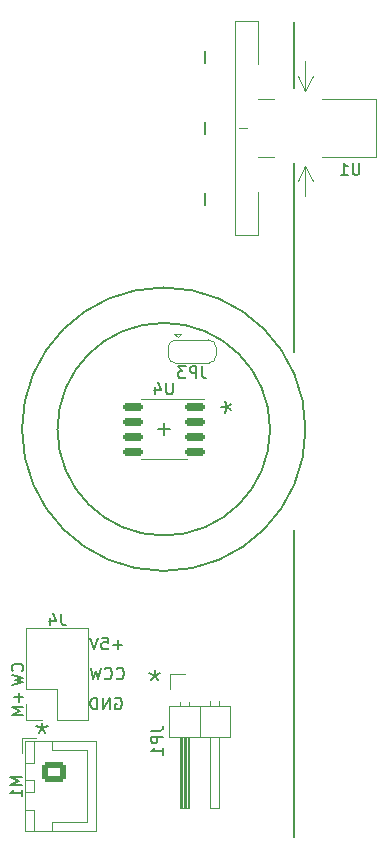
<source format=gbo>
G04 #@! TF.GenerationSoftware,KiCad,Pcbnew,(6.0.10-0)*
G04 #@! TF.CreationDate,2024-06-01T19:56:01+09:00*
G04 #@! TF.ProjectId,AutoFeeder_Drum-type,4175746f-4665-4656-9465-725f4472756d,01*
G04 #@! TF.SameCoordinates,Original*
G04 #@! TF.FileFunction,Legend,Bot*
G04 #@! TF.FilePolarity,Positive*
%FSLAX46Y46*%
G04 Gerber Fmt 4.6, Leading zero omitted, Abs format (unit mm)*
G04 Created by KiCad (PCBNEW (6.0.10-0)) date 2024-06-01 19:56:01*
%MOMM*%
%LPD*%
G01*
G04 APERTURE LIST*
G04 Aperture macros list*
%AMRoundRect*
0 Rectangle with rounded corners*
0 $1 Rounding radius*
0 $2 $3 $4 $5 $6 $7 $8 $9 X,Y pos of 4 corners*
0 Add a 4 corners polygon primitive as box body*
4,1,4,$2,$3,$4,$5,$6,$7,$8,$9,$2,$3,0*
0 Add four circle primitives for the rounded corners*
1,1,$1+$1,$2,$3*
1,1,$1+$1,$4,$5*
1,1,$1+$1,$6,$7*
1,1,$1+$1,$8,$9*
0 Add four rect primitives between the rounded corners*
20,1,$1+$1,$2,$3,$4,$5,0*
20,1,$1+$1,$4,$5,$6,$7,0*
20,1,$1+$1,$6,$7,$8,$9,0*
20,1,$1+$1,$8,$9,$2,$3,0*%
%AMFreePoly0*
4,1,22,0.550000,-0.750000,0.000000,-0.750000,0.000000,-0.745033,-0.079941,-0.743568,-0.215256,-0.701293,-0.333266,-0.622738,-0.424486,-0.514219,-0.481581,-0.384460,-0.499164,-0.250000,-0.500000,-0.250000,-0.500000,0.250000,-0.499164,0.250000,-0.499963,0.256109,-0.478152,0.396186,-0.417904,0.524511,-0.324060,0.630769,-0.204165,0.706417,-0.067858,0.745374,0.000000,0.744959,0.000000,0.750000,
0.550000,0.750000,0.550000,-0.750000,0.550000,-0.750000,$1*%
%AMFreePoly1*
4,1,20,0.000000,0.744959,0.073905,0.744508,0.209726,0.703889,0.328688,0.626782,0.421226,0.519385,0.479903,0.390333,0.500000,0.250000,0.500000,-0.250000,0.499851,-0.262216,0.476331,-0.402017,0.414519,-0.529596,0.319384,-0.634700,0.198574,-0.708877,0.061801,-0.746166,0.000000,-0.745033,0.000000,-0.750000,-0.550000,-0.750000,-0.550000,0.750000,0.000000,0.750000,0.000000,0.744959,
0.000000,0.744959,$1*%
G04 Aperture macros list end*
%ADD10C,0.200000*%
%ADD11C,0.150000*%
%ADD12C,0.120000*%
%ADD13R,1.700000X1.700000*%
%ADD14O,1.700000X1.700000*%
%ADD15O,2.000000X5.000000*%
%ADD16C,2.700000*%
%ADD17C,1.620000*%
%ADD18O,1.100000X1.700000*%
%ADD19C,1.100000*%
%ADD20O,4.000000X5.000000*%
%ADD21FreePoly0,0.000000*%
%ADD22R,1.000000X1.500000*%
%ADD23FreePoly1,0.000000*%
%ADD24RoundRect,0.250000X-0.750000X0.600000X-0.750000X-0.600000X0.750000X-0.600000X0.750000X0.600000X0*%
%ADD25O,2.000000X1.700000*%
%ADD26RoundRect,0.150000X0.675000X0.150000X-0.675000X0.150000X-0.675000X-0.150000X0.675000X-0.150000X0*%
%ADD27C,1.700000*%
G04 APERTURE END LIST*
D10*
X115697000Y-129841761D02*
X115697000Y-130317952D01*
X115220809Y-130127476D02*
X115697000Y-130317952D01*
X116173190Y-130127476D01*
X115411285Y-130698904D02*
X115697000Y-130317952D01*
X115982714Y-130698904D01*
D11*
X126000000Y-104500000D02*
X126000000Y-105000000D01*
X129500000Y-85000000D02*
X129500000Y-86000000D01*
X137000000Y-88500000D02*
X137000000Y-98500000D01*
X129500000Y-79000000D02*
X129500000Y-80000000D01*
X137000000Y-76100000D02*
X137000000Y-70500000D01*
X129500000Y-73000000D02*
X129500000Y-74000000D01*
X126500000Y-105000000D02*
X126000000Y-105000000D01*
X135000000Y-105000000D02*
G75*
G03*
X135000000Y-105000000I-9000000J0D01*
G01*
X126000000Y-105000000D02*
X126000000Y-105500000D01*
X138000000Y-105000000D02*
G75*
G03*
X138000000Y-105000000I-12000000J0D01*
G01*
X125500000Y-105000000D02*
X126000000Y-105000000D01*
X137000000Y-113500000D02*
X137000000Y-139500000D01*
X137000000Y-88500000D02*
X137000000Y-82500000D01*
X121893214Y-127770000D02*
X121988452Y-127722380D01*
X122131309Y-127722380D01*
X122274166Y-127770000D01*
X122369404Y-127865238D01*
X122417023Y-127960476D01*
X122464642Y-128150952D01*
X122464642Y-128293809D01*
X122417023Y-128484285D01*
X122369404Y-128579523D01*
X122274166Y-128674761D01*
X122131309Y-128722380D01*
X122036071Y-128722380D01*
X121893214Y-128674761D01*
X121845595Y-128627142D01*
X121845595Y-128293809D01*
X122036071Y-128293809D01*
X121417023Y-128722380D02*
X121417023Y-127722380D01*
X120845595Y-128722380D01*
X120845595Y-127722380D01*
X120369404Y-128722380D02*
X120369404Y-127722380D01*
X120131309Y-127722380D01*
X119988452Y-127770000D01*
X119893214Y-127865238D01*
X119845595Y-127960476D01*
X119797976Y-128150952D01*
X119797976Y-128293809D01*
X119845595Y-128484285D01*
X119893214Y-128579523D01*
X119988452Y-128674761D01*
X120131309Y-128722380D01*
X120369404Y-128722380D01*
X114025142Y-125468095D02*
X114072761Y-125420476D01*
X114120380Y-125277619D01*
X114120380Y-125182380D01*
X114072761Y-125039523D01*
X113977523Y-124944285D01*
X113882285Y-124896666D01*
X113691809Y-124849047D01*
X113548952Y-124849047D01*
X113358476Y-124896666D01*
X113263238Y-124944285D01*
X113168000Y-125039523D01*
X113120380Y-125182380D01*
X113120380Y-125277619D01*
X113168000Y-125420476D01*
X113215619Y-125468095D01*
X113120380Y-125801428D02*
X114120380Y-126039523D01*
X113406095Y-126230000D01*
X114120380Y-126420476D01*
X113120380Y-126658571D01*
X122000833Y-126087142D02*
X122048452Y-126134761D01*
X122191309Y-126182380D01*
X122286547Y-126182380D01*
X122429404Y-126134761D01*
X122524642Y-126039523D01*
X122572261Y-125944285D01*
X122619880Y-125753809D01*
X122619880Y-125610952D01*
X122572261Y-125420476D01*
X122524642Y-125325238D01*
X122429404Y-125230000D01*
X122286547Y-125182380D01*
X122191309Y-125182380D01*
X122048452Y-125230000D01*
X122000833Y-125277619D01*
X121000833Y-126087142D02*
X121048452Y-126134761D01*
X121191309Y-126182380D01*
X121286547Y-126182380D01*
X121429404Y-126134761D01*
X121524642Y-126039523D01*
X121572261Y-125944285D01*
X121619880Y-125753809D01*
X121619880Y-125610952D01*
X121572261Y-125420476D01*
X121524642Y-125325238D01*
X121429404Y-125230000D01*
X121286547Y-125182380D01*
X121191309Y-125182380D01*
X121048452Y-125230000D01*
X121000833Y-125277619D01*
X120667500Y-125182380D02*
X120429404Y-126182380D01*
X120238928Y-125468095D01*
X120048452Y-126182380D01*
X119810357Y-125182380D01*
X113739428Y-127317619D02*
X113739428Y-128079523D01*
X114120380Y-127698571D02*
X113358476Y-127698571D01*
X114120380Y-128555714D02*
X113120380Y-128555714D01*
X113834666Y-128889047D01*
X113120380Y-129222380D01*
X114120380Y-129222380D01*
D10*
X130860761Y-103124000D02*
X131336952Y-103124000D01*
X131146476Y-102647809D02*
X131336952Y-103124000D01*
X131146476Y-103600190D01*
X131717904Y-102838285D02*
X131336952Y-103124000D01*
X131717904Y-103409714D01*
D11*
X122477023Y-123261428D02*
X121715119Y-123261428D01*
X122096071Y-123642380D02*
X122096071Y-122880476D01*
X120762738Y-122642380D02*
X121238928Y-122642380D01*
X121286547Y-123118571D01*
X121238928Y-123070952D01*
X121143690Y-123023333D01*
X120905595Y-123023333D01*
X120810357Y-123070952D01*
X120762738Y-123118571D01*
X120715119Y-123213809D01*
X120715119Y-123451904D01*
X120762738Y-123547142D01*
X120810357Y-123594761D01*
X120905595Y-123642380D01*
X121143690Y-123642380D01*
X121238928Y-123594761D01*
X121286547Y-123547142D01*
X120429404Y-122642380D02*
X120096071Y-123642380D01*
X119762738Y-122642380D01*
D10*
X125225000Y-125396761D02*
X125225000Y-125872952D01*
X125701190Y-125682476D02*
X125225000Y-125872952D01*
X124748809Y-125682476D01*
X125510714Y-126253904D02*
X125225000Y-125872952D01*
X124939285Y-126253904D01*
D11*
X129233333Y-99677380D02*
X129233333Y-100391666D01*
X129280952Y-100534523D01*
X129376190Y-100629761D01*
X129519047Y-100677380D01*
X129614285Y-100677380D01*
X128757142Y-100677380D02*
X128757142Y-99677380D01*
X128376190Y-99677380D01*
X128280952Y-99725000D01*
X128233333Y-99772619D01*
X128185714Y-99867857D01*
X128185714Y-100010714D01*
X128233333Y-100105952D01*
X128280952Y-100153571D01*
X128376190Y-100201190D01*
X128757142Y-100201190D01*
X127852380Y-99677380D02*
X127233333Y-99677380D01*
X127566666Y-100058333D01*
X127423809Y-100058333D01*
X127328571Y-100105952D01*
X127280952Y-100153571D01*
X127233333Y-100248809D01*
X127233333Y-100486904D01*
X127280952Y-100582142D01*
X127328571Y-100629761D01*
X127423809Y-100677380D01*
X127709523Y-100677380D01*
X127804761Y-100629761D01*
X127852380Y-100582142D01*
X113990380Y-134425476D02*
X112990380Y-134425476D01*
X113704666Y-134758809D01*
X112990380Y-135092142D01*
X113990380Y-135092142D01*
X113990380Y-136092142D02*
X113990380Y-135520714D01*
X113990380Y-135806428D02*
X112990380Y-135806428D01*
X113133238Y-135711190D01*
X113228476Y-135615952D01*
X113276095Y-135520714D01*
X124944380Y-130551666D02*
X125658666Y-130551666D01*
X125801523Y-130504047D01*
X125896761Y-130408809D01*
X125944380Y-130265952D01*
X125944380Y-130170714D01*
X125944380Y-131027857D02*
X124944380Y-131027857D01*
X124944380Y-131408809D01*
X124992000Y-131504047D01*
X125039619Y-131551666D01*
X125134857Y-131599285D01*
X125277714Y-131599285D01*
X125372952Y-131551666D01*
X125420571Y-131504047D01*
X125468190Y-131408809D01*
X125468190Y-131027857D01*
X125944380Y-132551666D02*
X125944380Y-131980238D01*
X125944380Y-132265952D02*
X124944380Y-132265952D01*
X125087238Y-132170714D01*
X125182476Y-132075476D01*
X125230095Y-131980238D01*
X126761904Y-101052380D02*
X126761904Y-101861904D01*
X126714285Y-101957142D01*
X126666666Y-102004761D01*
X126571428Y-102052380D01*
X126380952Y-102052380D01*
X126285714Y-102004761D01*
X126238095Y-101957142D01*
X126190476Y-101861904D01*
X126190476Y-101052380D01*
X125285714Y-101385714D02*
X125285714Y-102052380D01*
X125523809Y-101004761D02*
X125761904Y-101719047D01*
X125142857Y-101719047D01*
X142561904Y-82452380D02*
X142561904Y-83261904D01*
X142514285Y-83357142D01*
X142466666Y-83404761D01*
X142371428Y-83452380D01*
X142180952Y-83452380D01*
X142085714Y-83404761D01*
X142038095Y-83357142D01*
X141990476Y-83261904D01*
X141990476Y-82452380D01*
X140990476Y-83452380D02*
X141561904Y-83452380D01*
X141276190Y-83452380D02*
X141276190Y-82452380D01*
X141371428Y-82595238D01*
X141466666Y-82690476D01*
X141561904Y-82738095D01*
X117303333Y-120610380D02*
X117303333Y-121324666D01*
X117350952Y-121467523D01*
X117446190Y-121562761D01*
X117589047Y-121610380D01*
X117684285Y-121610380D01*
X116398571Y-120943714D02*
X116398571Y-121610380D01*
X116636666Y-120562761D02*
X116874761Y-121277047D01*
X116255714Y-121277047D01*
D12*
X127000000Y-99425000D02*
X129800000Y-99425000D01*
X130450000Y-98725000D02*
X130450000Y-98125000D01*
X129800000Y-97425000D02*
X127000000Y-97425000D01*
X126350000Y-98125000D02*
X126350000Y-98725000D01*
X126900000Y-96925000D02*
X127500000Y-96925000D01*
X127200000Y-97225000D02*
X127500000Y-96925000D01*
X127200000Y-97225000D02*
X126900000Y-96925000D01*
X129750000Y-99425000D02*
G75*
G03*
X130450000Y-98725000I0J700000D01*
G01*
X126350000Y-98725000D02*
G75*
G03*
X127050000Y-99425000I699999J-1D01*
G01*
X130450000Y-98125000D02*
G75*
G03*
X129750000Y-97425000I-700000J0D01*
G01*
X127050000Y-97425000D02*
G75*
G03*
X126350000Y-98125000I-1J-699999D01*
G01*
X114253000Y-139045000D02*
X114253000Y-131425000D01*
X114263000Y-131435000D02*
X115013000Y-131435000D01*
X114263000Y-139035000D02*
X114263000Y-137235000D01*
X115013000Y-137235000D02*
X115013000Y-139035000D01*
X114263000Y-134735000D02*
X115013000Y-134735000D01*
X115013000Y-131435000D02*
X115013000Y-133235000D01*
X113963000Y-131135000D02*
X115213000Y-131135000D01*
X115013000Y-133235000D02*
X114263000Y-133235000D01*
X115013000Y-134735000D02*
X115013000Y-135735000D01*
X120223000Y-131425000D02*
X120223000Y-139045000D01*
X113963000Y-132385000D02*
X113963000Y-131135000D01*
X119463000Y-138285000D02*
X119463000Y-135235000D01*
X114253000Y-131425000D02*
X120223000Y-131425000D01*
X116513000Y-131435000D02*
X116513000Y-132185000D01*
X115013000Y-135735000D02*
X114263000Y-135735000D01*
X119463000Y-132185000D02*
X119463000Y-135235000D01*
X116513000Y-139035000D02*
X116513000Y-138285000D01*
X115013000Y-139035000D02*
X114263000Y-139035000D01*
X116513000Y-132185000D02*
X119463000Y-132185000D01*
X114263000Y-135735000D02*
X114263000Y-134735000D01*
X114263000Y-133235000D02*
X114263000Y-131435000D01*
X120223000Y-139045000D02*
X114253000Y-139045000D01*
X116513000Y-138285000D02*
X119463000Y-138285000D01*
X114263000Y-137235000D02*
X115013000Y-137235000D01*
X129922000Y-137100000D02*
X130682000Y-137100000D01*
X128142000Y-128110000D02*
X128142000Y-128440000D01*
X126432000Y-131100000D02*
X126432000Y-128440000D01*
X128142000Y-137100000D02*
X128142000Y-131100000D01*
X127382000Y-137100000D02*
X128142000Y-137100000D01*
X129032000Y-128440000D02*
X129032000Y-131100000D01*
X130682000Y-128042929D02*
X130682000Y-128440000D01*
X129922000Y-128042929D02*
X129922000Y-128440000D01*
X127682000Y-131100000D02*
X127682000Y-137100000D01*
X127382000Y-131100000D02*
X127382000Y-137100000D01*
X127442000Y-131100000D02*
X127442000Y-137100000D01*
X127562000Y-131100000D02*
X127562000Y-137100000D01*
X126492000Y-125730000D02*
X126492000Y-127000000D01*
X127762000Y-125730000D02*
X126492000Y-125730000D01*
X131632000Y-131100000D02*
X126432000Y-131100000D01*
X131632000Y-128440000D02*
X131632000Y-131100000D01*
X129922000Y-131100000D02*
X129922000Y-137100000D01*
X128042000Y-131100000D02*
X128042000Y-137100000D01*
X130682000Y-137100000D02*
X130682000Y-131100000D01*
X127382000Y-128110000D02*
X127382000Y-128440000D01*
X126432000Y-128440000D02*
X131632000Y-128440000D01*
X127802000Y-131100000D02*
X127802000Y-137100000D01*
X127922000Y-131100000D02*
X127922000Y-137100000D01*
X126000000Y-107560000D02*
X124050000Y-107560000D01*
X126000000Y-102440000D02*
X129450000Y-102440000D01*
X126000000Y-107560000D02*
X127950000Y-107560000D01*
X126000000Y-102440000D02*
X124050000Y-102440000D01*
X137990000Y-82695000D02*
X138625000Y-83965000D01*
X144000000Y-77050000D02*
X144000000Y-81950000D01*
X137990000Y-76345000D02*
X138625000Y-75075000D01*
X139400000Y-81950000D02*
X144000000Y-81950000D01*
X137990000Y-82695000D02*
X137990000Y-85235000D01*
X134000000Y-77050000D02*
X135300000Y-77050000D01*
X132000000Y-70450000D02*
X132000000Y-88550000D01*
X134000000Y-88550000D02*
X134000000Y-84950000D01*
X134000000Y-81950000D02*
X135300000Y-81950000D01*
X137355000Y-75075000D02*
X137990000Y-76345000D01*
X134000000Y-70450000D02*
X132000000Y-70450000D01*
X133037000Y-79520000D02*
X132402000Y-79520000D01*
X139400000Y-77050000D02*
X144000000Y-77050000D01*
X134000000Y-88550000D02*
X132000000Y-88550000D01*
X137355000Y-83965000D02*
X137990000Y-82695000D01*
X134000000Y-70450000D02*
X134000000Y-74050000D01*
X137990000Y-73805000D02*
X137990000Y-76345000D01*
X139400000Y-81950000D02*
X144000000Y-81950000D01*
X114370000Y-128270000D02*
X114370000Y-129600000D01*
X116970000Y-127000000D02*
X116970000Y-129600000D01*
X114370000Y-127000000D02*
X116970000Y-127000000D01*
X114370000Y-129600000D02*
X115700000Y-129600000D01*
X114370000Y-121860000D02*
X119570000Y-121860000D01*
X116970000Y-129600000D02*
X119570000Y-129600000D01*
X119570000Y-129600000D02*
X119570000Y-121860000D01*
X114370000Y-127000000D02*
X114370000Y-121860000D01*
%LPC*%
D13*
X115700000Y-118745000D03*
D14*
X115700000Y-116205000D03*
X118240000Y-118745000D03*
X118240000Y-116205000D03*
D15*
X130500000Y-82500000D03*
D13*
X125225000Y-123825000D03*
D14*
X127765000Y-123825000D03*
X130305000Y-123825000D03*
X132845000Y-123825000D03*
X135385000Y-123825000D03*
D16*
X141500000Y-73000000D03*
X141500000Y-86000000D03*
D17*
X140000000Y-101500000D03*
X142500000Y-104000000D03*
X140000000Y-106500000D03*
D18*
X143320000Y-133425500D03*
X134680000Y-133425500D03*
X143320000Y-137225500D03*
X134680000Y-137225500D03*
D17*
X140000000Y-110000000D03*
X142500000Y-112500000D03*
X140000000Y-115000000D03*
D16*
X141500000Y-96000000D03*
D19*
X115119000Y-98465000D03*
X115119000Y-103465000D03*
D15*
X130500000Y-76500000D03*
D13*
X127000000Y-75717400D03*
D14*
X127000000Y-78257400D03*
X127000000Y-80797400D03*
X127000000Y-83337400D03*
D20*
X138000000Y-79500000D03*
D16*
X141500000Y-124000000D03*
D21*
X127100000Y-98425000D03*
D22*
X128400000Y-98425000D03*
D23*
X129700000Y-98425000D03*
D24*
X116713000Y-133985000D03*
D25*
X116713000Y-136485000D03*
D13*
X127762000Y-127000000D03*
D14*
X130302000Y-127000000D03*
D13*
X134191200Y-83312000D03*
D26*
X128625000Y-103095000D03*
X128625000Y-104365000D03*
X128625000Y-105635000D03*
X128625000Y-106905000D03*
X123375000Y-106905000D03*
X123375000Y-105635000D03*
X123375000Y-104365000D03*
X123375000Y-103095000D03*
D13*
X141800000Y-78250000D03*
D27*
X141800000Y-80790000D03*
X134180000Y-80790000D03*
X134180000Y-78250000D03*
D13*
X115700000Y-128270000D03*
D14*
X118240000Y-128270000D03*
X115700000Y-125730000D03*
X118240000Y-125730000D03*
X115700000Y-123190000D03*
X118240000Y-123190000D03*
D27*
X134191200Y-75717400D03*
M02*

</source>
